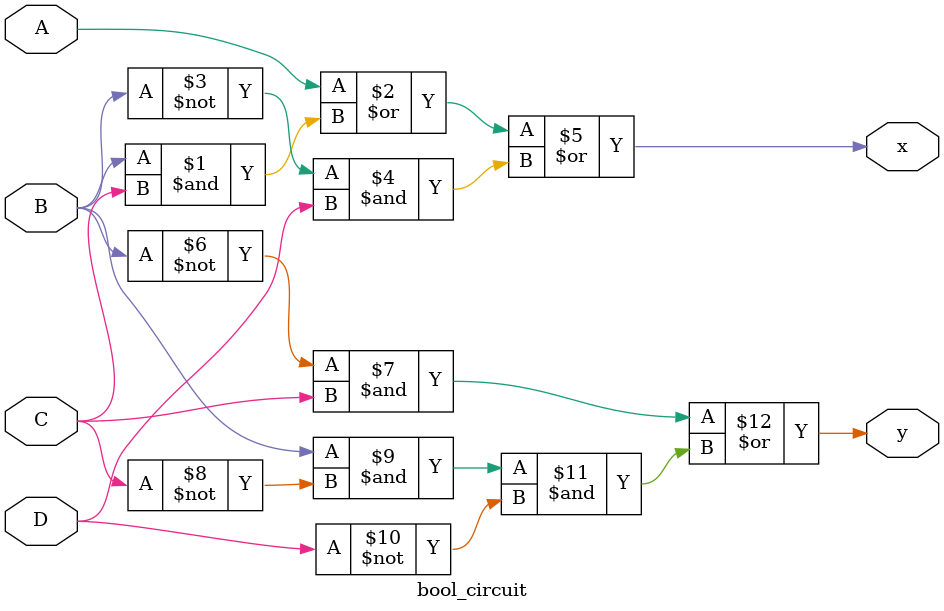
<source format=v>
module bool_circuit(A,B,C,D,x,y);
    input A,B,C,D;
    output x,y;

    // Se procede a describir el circuito_simple
    // usando operadores logicos y el comando assign
    
    // salida x
    assign x = A | (B & C) | (~B & D);
    assign y = (~B & C) | (B & ~C & ~D);
    
endmodule
</source>
